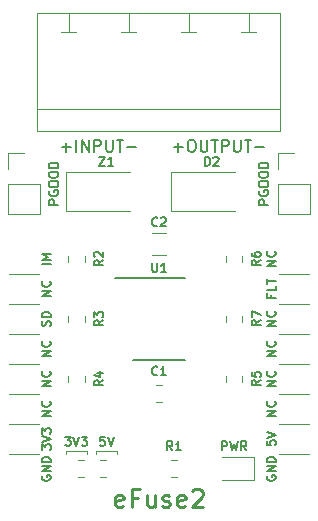
<source format=gbr>
G04 #@! TF.GenerationSoftware,KiCad,Pcbnew,(5.1.5)-3*
G04 #@! TF.CreationDate,2020-05-07T11:50:38+02:00*
G04 #@! TF.ProjectId,TPS16630_eFuse,54505331-3636-4333-905f-65467573652e,rev?*
G04 #@! TF.SameCoordinates,Original*
G04 #@! TF.FileFunction,Legend,Top*
G04 #@! TF.FilePolarity,Positive*
%FSLAX46Y46*%
G04 Gerber Fmt 4.6, Leading zero omitted, Abs format (unit mm)*
G04 Created by KiCad (PCBNEW (5.1.5)-3) date 2020-05-07 11:50:38*
%MOMM*%
%LPD*%
G04 APERTURE LIST*
%ADD10C,0.177800*%
%ADD11C,0.150000*%
%ADD12C,0.279400*%
%ADD13C,0.120000*%
G04 APERTURE END LIST*
D10*
X64746666Y-121356428D02*
X65508571Y-121356428D01*
X65127619Y-121737380D02*
X65127619Y-120975476D01*
X66175238Y-120737380D02*
X66365714Y-120737380D01*
X66460952Y-120785000D01*
X66556190Y-120880238D01*
X66603809Y-121070714D01*
X66603809Y-121404047D01*
X66556190Y-121594523D01*
X66460952Y-121689761D01*
X66365714Y-121737380D01*
X66175238Y-121737380D01*
X66080000Y-121689761D01*
X65984761Y-121594523D01*
X65937142Y-121404047D01*
X65937142Y-121070714D01*
X65984761Y-120880238D01*
X66080000Y-120785000D01*
X66175238Y-120737380D01*
X67032380Y-120737380D02*
X67032380Y-121546904D01*
X67080000Y-121642142D01*
X67127619Y-121689761D01*
X67222857Y-121737380D01*
X67413333Y-121737380D01*
X67508571Y-121689761D01*
X67556190Y-121642142D01*
X67603809Y-121546904D01*
X67603809Y-120737380D01*
X67937142Y-120737380D02*
X68508571Y-120737380D01*
X68222857Y-121737380D02*
X68222857Y-120737380D01*
X68841904Y-121737380D02*
X68841904Y-120737380D01*
X69222857Y-120737380D01*
X69318095Y-120785000D01*
X69365714Y-120832619D01*
X69413333Y-120927857D01*
X69413333Y-121070714D01*
X69365714Y-121165952D01*
X69318095Y-121213571D01*
X69222857Y-121261190D01*
X68841904Y-121261190D01*
X69841904Y-120737380D02*
X69841904Y-121546904D01*
X69889523Y-121642142D01*
X69937142Y-121689761D01*
X70032380Y-121737380D01*
X70222857Y-121737380D01*
X70318095Y-121689761D01*
X70365714Y-121642142D01*
X70413333Y-121546904D01*
X70413333Y-120737380D01*
X70746666Y-120737380D02*
X71318095Y-120737380D01*
X71032380Y-121737380D02*
X71032380Y-120737380D01*
X71651428Y-121356428D02*
X72413333Y-121356428D01*
X55253333Y-121356428D02*
X56015238Y-121356428D01*
X55634285Y-121737380D02*
X55634285Y-120975476D01*
X56491428Y-121737380D02*
X56491428Y-120737380D01*
X56967619Y-121737380D02*
X56967619Y-120737380D01*
X57539047Y-121737380D01*
X57539047Y-120737380D01*
X58015238Y-121737380D02*
X58015238Y-120737380D01*
X58396190Y-120737380D01*
X58491428Y-120785000D01*
X58539047Y-120832619D01*
X58586666Y-120927857D01*
X58586666Y-121070714D01*
X58539047Y-121165952D01*
X58491428Y-121213571D01*
X58396190Y-121261190D01*
X58015238Y-121261190D01*
X59015238Y-120737380D02*
X59015238Y-121546904D01*
X59062857Y-121642142D01*
X59110476Y-121689761D01*
X59205714Y-121737380D01*
X59396190Y-121737380D01*
X59491428Y-121689761D01*
X59539047Y-121642142D01*
X59586666Y-121546904D01*
X59586666Y-120737380D01*
X59920000Y-120737380D02*
X60491428Y-120737380D01*
X60205714Y-121737380D02*
X60205714Y-120737380D01*
X60824761Y-121356428D02*
X61586666Y-121356428D01*
D11*
X72734714Y-126219857D02*
X71972714Y-126219857D01*
X71972714Y-125929571D01*
X72009000Y-125857000D01*
X72045285Y-125820714D01*
X72117857Y-125784428D01*
X72226714Y-125784428D01*
X72299285Y-125820714D01*
X72335571Y-125857000D01*
X72371857Y-125929571D01*
X72371857Y-126219857D01*
X72009000Y-125058714D02*
X71972714Y-125131285D01*
X71972714Y-125240142D01*
X72009000Y-125349000D01*
X72081571Y-125421571D01*
X72154142Y-125457857D01*
X72299285Y-125494142D01*
X72408142Y-125494142D01*
X72553285Y-125457857D01*
X72625857Y-125421571D01*
X72698428Y-125349000D01*
X72734714Y-125240142D01*
X72734714Y-125167571D01*
X72698428Y-125058714D01*
X72662142Y-125022428D01*
X72408142Y-125022428D01*
X72408142Y-125167571D01*
X71972714Y-124550714D02*
X71972714Y-124405571D01*
X72009000Y-124333000D01*
X72081571Y-124260428D01*
X72226714Y-124224142D01*
X72480714Y-124224142D01*
X72625857Y-124260428D01*
X72698428Y-124333000D01*
X72734714Y-124405571D01*
X72734714Y-124550714D01*
X72698428Y-124623285D01*
X72625857Y-124695857D01*
X72480714Y-124732142D01*
X72226714Y-124732142D01*
X72081571Y-124695857D01*
X72009000Y-124623285D01*
X71972714Y-124550714D01*
X71972714Y-123752428D02*
X71972714Y-123607285D01*
X72009000Y-123534714D01*
X72081571Y-123462142D01*
X72226714Y-123425857D01*
X72480714Y-123425857D01*
X72625857Y-123462142D01*
X72698428Y-123534714D01*
X72734714Y-123607285D01*
X72734714Y-123752428D01*
X72698428Y-123825000D01*
X72625857Y-123897571D01*
X72480714Y-123933857D01*
X72226714Y-123933857D01*
X72081571Y-123897571D01*
X72009000Y-123825000D01*
X71972714Y-123752428D01*
X72734714Y-123099285D02*
X71972714Y-123099285D01*
X71972714Y-122917857D01*
X72009000Y-122809000D01*
X72081571Y-122736428D01*
X72154142Y-122700142D01*
X72299285Y-122663857D01*
X72408142Y-122663857D01*
X72553285Y-122700142D01*
X72625857Y-122736428D01*
X72698428Y-122809000D01*
X72734714Y-122917857D01*
X72734714Y-123099285D01*
X54954714Y-126219857D02*
X54192714Y-126219857D01*
X54192714Y-125929571D01*
X54229000Y-125857000D01*
X54265285Y-125820714D01*
X54337857Y-125784428D01*
X54446714Y-125784428D01*
X54519285Y-125820714D01*
X54555571Y-125857000D01*
X54591857Y-125929571D01*
X54591857Y-126219857D01*
X54229000Y-125058714D02*
X54192714Y-125131285D01*
X54192714Y-125240142D01*
X54229000Y-125349000D01*
X54301571Y-125421571D01*
X54374142Y-125457857D01*
X54519285Y-125494142D01*
X54628142Y-125494142D01*
X54773285Y-125457857D01*
X54845857Y-125421571D01*
X54918428Y-125349000D01*
X54954714Y-125240142D01*
X54954714Y-125167571D01*
X54918428Y-125058714D01*
X54882142Y-125022428D01*
X54628142Y-125022428D01*
X54628142Y-125167571D01*
X54192714Y-124550714D02*
X54192714Y-124405571D01*
X54229000Y-124333000D01*
X54301571Y-124260428D01*
X54446714Y-124224142D01*
X54700714Y-124224142D01*
X54845857Y-124260428D01*
X54918428Y-124333000D01*
X54954714Y-124405571D01*
X54954714Y-124550714D01*
X54918428Y-124623285D01*
X54845857Y-124695857D01*
X54700714Y-124732142D01*
X54446714Y-124732142D01*
X54301571Y-124695857D01*
X54229000Y-124623285D01*
X54192714Y-124550714D01*
X54192714Y-123752428D02*
X54192714Y-123607285D01*
X54229000Y-123534714D01*
X54301571Y-123462142D01*
X54446714Y-123425857D01*
X54700714Y-123425857D01*
X54845857Y-123462142D01*
X54918428Y-123534714D01*
X54954714Y-123607285D01*
X54954714Y-123752428D01*
X54918428Y-123825000D01*
X54845857Y-123897571D01*
X54700714Y-123933857D01*
X54446714Y-123933857D01*
X54301571Y-123897571D01*
X54229000Y-123825000D01*
X54192714Y-123752428D01*
X54954714Y-123099285D02*
X54192714Y-123099285D01*
X54192714Y-122917857D01*
X54229000Y-122809000D01*
X54301571Y-122736428D01*
X54374142Y-122700142D01*
X54519285Y-122663857D01*
X54628142Y-122663857D01*
X54773285Y-122700142D01*
X54845857Y-122736428D01*
X54918428Y-122809000D01*
X54954714Y-122917857D01*
X54954714Y-123099285D01*
D12*
X60452000Y-151746857D02*
X60306857Y-151819428D01*
X60016571Y-151819428D01*
X59871428Y-151746857D01*
X59798857Y-151601714D01*
X59798857Y-151021142D01*
X59871428Y-150876000D01*
X60016571Y-150803428D01*
X60306857Y-150803428D01*
X60452000Y-150876000D01*
X60524571Y-151021142D01*
X60524571Y-151166285D01*
X59798857Y-151311428D01*
X61685714Y-151021142D02*
X61177714Y-151021142D01*
X61177714Y-151819428D02*
X61177714Y-150295428D01*
X61903428Y-150295428D01*
X63137142Y-150803428D02*
X63137142Y-151819428D01*
X62484000Y-150803428D02*
X62484000Y-151601714D01*
X62556571Y-151746857D01*
X62701714Y-151819428D01*
X62919428Y-151819428D01*
X63064571Y-151746857D01*
X63137142Y-151674285D01*
X63790285Y-151746857D02*
X63935428Y-151819428D01*
X64225714Y-151819428D01*
X64370857Y-151746857D01*
X64443428Y-151601714D01*
X64443428Y-151529142D01*
X64370857Y-151384000D01*
X64225714Y-151311428D01*
X64008000Y-151311428D01*
X63862857Y-151238857D01*
X63790285Y-151093714D01*
X63790285Y-151021142D01*
X63862857Y-150876000D01*
X64008000Y-150803428D01*
X64225714Y-150803428D01*
X64370857Y-150876000D01*
X65677142Y-151746857D02*
X65532000Y-151819428D01*
X65241714Y-151819428D01*
X65096571Y-151746857D01*
X65024000Y-151601714D01*
X65024000Y-151021142D01*
X65096571Y-150876000D01*
X65241714Y-150803428D01*
X65532000Y-150803428D01*
X65677142Y-150876000D01*
X65749714Y-151021142D01*
X65749714Y-151166285D01*
X65024000Y-151311428D01*
X66330285Y-150440571D02*
X66402857Y-150368000D01*
X66548000Y-150295428D01*
X66910857Y-150295428D01*
X67056000Y-150368000D01*
X67128571Y-150440571D01*
X67201142Y-150585714D01*
X67201142Y-150730857D01*
X67128571Y-150948571D01*
X66257714Y-151819428D01*
X67201142Y-151819428D01*
D13*
X59944000Y-147066000D02*
X59944000Y-147320000D01*
X58166000Y-147066000D02*
X59944000Y-147066000D01*
X58166000Y-147320000D02*
X58166000Y-147066000D01*
X55626000Y-147066000D02*
X55626000Y-147320000D01*
X57404000Y-147066000D02*
X55626000Y-147066000D01*
X57404000Y-147320000D02*
X57404000Y-147066000D01*
D11*
X72644000Y-149170571D02*
X72607714Y-149243142D01*
X72607714Y-149352000D01*
X72644000Y-149460857D01*
X72716571Y-149533428D01*
X72789142Y-149569714D01*
X72934285Y-149606000D01*
X73043142Y-149606000D01*
X73188285Y-149569714D01*
X73260857Y-149533428D01*
X73333428Y-149460857D01*
X73369714Y-149352000D01*
X73369714Y-149279428D01*
X73333428Y-149170571D01*
X73297142Y-149134285D01*
X73043142Y-149134285D01*
X73043142Y-149279428D01*
X73369714Y-148807714D02*
X72607714Y-148807714D01*
X73369714Y-148372285D01*
X72607714Y-148372285D01*
X73369714Y-148009428D02*
X72607714Y-148009428D01*
X72607714Y-147828000D01*
X72644000Y-147719142D01*
X72716571Y-147646571D01*
X72789142Y-147610285D01*
X72934285Y-147574000D01*
X73043142Y-147574000D01*
X73188285Y-147610285D01*
X73260857Y-147646571D01*
X73333428Y-147719142D01*
X73369714Y-147828000D01*
X73369714Y-148009428D01*
X72607714Y-146195142D02*
X72607714Y-146558000D01*
X72970571Y-146594285D01*
X72934285Y-146558000D01*
X72898000Y-146485428D01*
X72898000Y-146304000D01*
X72934285Y-146231428D01*
X72970571Y-146195142D01*
X73043142Y-146158857D01*
X73224571Y-146158857D01*
X73297142Y-146195142D01*
X73333428Y-146231428D01*
X73369714Y-146304000D01*
X73369714Y-146485428D01*
X73333428Y-146558000D01*
X73297142Y-146594285D01*
X72607714Y-145941142D02*
X73369714Y-145687142D01*
X72607714Y-145433142D01*
X72970571Y-133839857D02*
X72970571Y-134093857D01*
X73369714Y-134093857D02*
X72607714Y-134093857D01*
X72607714Y-133731000D01*
X73369714Y-133077857D02*
X73369714Y-133440714D01*
X72607714Y-133440714D01*
X72607714Y-132932714D02*
X72607714Y-132497285D01*
X73369714Y-132715000D02*
X72607714Y-132715000D01*
X73369714Y-131408714D02*
X72607714Y-131408714D01*
X73369714Y-130973285D01*
X72607714Y-130973285D01*
X73297142Y-130175000D02*
X73333428Y-130211285D01*
X73369714Y-130320142D01*
X73369714Y-130392714D01*
X73333428Y-130501571D01*
X73260857Y-130574142D01*
X73188285Y-130610428D01*
X73043142Y-130646714D01*
X72934285Y-130646714D01*
X72789142Y-130610428D01*
X72716571Y-130574142D01*
X72644000Y-130501571D01*
X72607714Y-130392714D01*
X72607714Y-130320142D01*
X72644000Y-130211285D01*
X72680285Y-130175000D01*
X73369714Y-136488714D02*
X72607714Y-136488714D01*
X73369714Y-136053285D01*
X72607714Y-136053285D01*
X73297142Y-135255000D02*
X73333428Y-135291285D01*
X73369714Y-135400142D01*
X73369714Y-135472714D01*
X73333428Y-135581571D01*
X73260857Y-135654142D01*
X73188285Y-135690428D01*
X73043142Y-135726714D01*
X72934285Y-135726714D01*
X72789142Y-135690428D01*
X72716571Y-135654142D01*
X72644000Y-135581571D01*
X72607714Y-135472714D01*
X72607714Y-135400142D01*
X72644000Y-135291285D01*
X72680285Y-135255000D01*
X73369714Y-139028714D02*
X72607714Y-139028714D01*
X73369714Y-138593285D01*
X72607714Y-138593285D01*
X73297142Y-137795000D02*
X73333428Y-137831285D01*
X73369714Y-137940142D01*
X73369714Y-138012714D01*
X73333428Y-138121571D01*
X73260857Y-138194142D01*
X73188285Y-138230428D01*
X73043142Y-138266714D01*
X72934285Y-138266714D01*
X72789142Y-138230428D01*
X72716571Y-138194142D01*
X72644000Y-138121571D01*
X72607714Y-138012714D01*
X72607714Y-137940142D01*
X72644000Y-137831285D01*
X72680285Y-137795000D01*
X73369714Y-141568714D02*
X72607714Y-141568714D01*
X73369714Y-141133285D01*
X72607714Y-141133285D01*
X73297142Y-140335000D02*
X73333428Y-140371285D01*
X73369714Y-140480142D01*
X73369714Y-140552714D01*
X73333428Y-140661571D01*
X73260857Y-140734142D01*
X73188285Y-140770428D01*
X73043142Y-140806714D01*
X72934285Y-140806714D01*
X72789142Y-140770428D01*
X72716571Y-140734142D01*
X72644000Y-140661571D01*
X72607714Y-140552714D01*
X72607714Y-140480142D01*
X72644000Y-140371285D01*
X72680285Y-140335000D01*
X73369714Y-144108714D02*
X72607714Y-144108714D01*
X73369714Y-143673285D01*
X72607714Y-143673285D01*
X73297142Y-142875000D02*
X73333428Y-142911285D01*
X73369714Y-143020142D01*
X73369714Y-143092714D01*
X73333428Y-143201571D01*
X73260857Y-143274142D01*
X73188285Y-143310428D01*
X73043142Y-143346714D01*
X72934285Y-143346714D01*
X72789142Y-143310428D01*
X72716571Y-143274142D01*
X72644000Y-143201571D01*
X72607714Y-143092714D01*
X72607714Y-143020142D01*
X72644000Y-142911285D01*
X72680285Y-142875000D01*
X54319714Y-131245428D02*
X53557714Y-131245428D01*
X54319714Y-130882571D02*
X53557714Y-130882571D01*
X54102000Y-130628571D01*
X53557714Y-130374571D01*
X54319714Y-130374571D01*
X54283428Y-136488714D02*
X54319714Y-136379857D01*
X54319714Y-136198428D01*
X54283428Y-136125857D01*
X54247142Y-136089571D01*
X54174571Y-136053285D01*
X54102000Y-136053285D01*
X54029428Y-136089571D01*
X53993142Y-136125857D01*
X53956857Y-136198428D01*
X53920571Y-136343571D01*
X53884285Y-136416142D01*
X53848000Y-136452428D01*
X53775428Y-136488714D01*
X53702857Y-136488714D01*
X53630285Y-136452428D01*
X53594000Y-136416142D01*
X53557714Y-136343571D01*
X53557714Y-136162142D01*
X53594000Y-136053285D01*
X54319714Y-135726714D02*
X53557714Y-135726714D01*
X53557714Y-135545285D01*
X53594000Y-135436428D01*
X53666571Y-135363857D01*
X53739142Y-135327571D01*
X53884285Y-135291285D01*
X53993142Y-135291285D01*
X54138285Y-135327571D01*
X54210857Y-135363857D01*
X54283428Y-135436428D01*
X54319714Y-135545285D01*
X54319714Y-135726714D01*
X54319714Y-133948714D02*
X53557714Y-133948714D01*
X54319714Y-133513285D01*
X53557714Y-133513285D01*
X54247142Y-132715000D02*
X54283428Y-132751285D01*
X54319714Y-132860142D01*
X54319714Y-132932714D01*
X54283428Y-133041571D01*
X54210857Y-133114142D01*
X54138285Y-133150428D01*
X53993142Y-133186714D01*
X53884285Y-133186714D01*
X53739142Y-133150428D01*
X53666571Y-133114142D01*
X53594000Y-133041571D01*
X53557714Y-132932714D01*
X53557714Y-132860142D01*
X53594000Y-132751285D01*
X53630285Y-132715000D01*
X54319714Y-139028714D02*
X53557714Y-139028714D01*
X54319714Y-138593285D01*
X53557714Y-138593285D01*
X54247142Y-137795000D02*
X54283428Y-137831285D01*
X54319714Y-137940142D01*
X54319714Y-138012714D01*
X54283428Y-138121571D01*
X54210857Y-138194142D01*
X54138285Y-138230428D01*
X53993142Y-138266714D01*
X53884285Y-138266714D01*
X53739142Y-138230428D01*
X53666571Y-138194142D01*
X53594000Y-138121571D01*
X53557714Y-138012714D01*
X53557714Y-137940142D01*
X53594000Y-137831285D01*
X53630285Y-137795000D01*
X54319714Y-141568714D02*
X53557714Y-141568714D01*
X54319714Y-141133285D01*
X53557714Y-141133285D01*
X54247142Y-140335000D02*
X54283428Y-140371285D01*
X54319714Y-140480142D01*
X54319714Y-140552714D01*
X54283428Y-140661571D01*
X54210857Y-140734142D01*
X54138285Y-140770428D01*
X53993142Y-140806714D01*
X53884285Y-140806714D01*
X53739142Y-140770428D01*
X53666571Y-140734142D01*
X53594000Y-140661571D01*
X53557714Y-140552714D01*
X53557714Y-140480142D01*
X53594000Y-140371285D01*
X53630285Y-140335000D01*
X54319714Y-144108714D02*
X53557714Y-144108714D01*
X54319714Y-143673285D01*
X53557714Y-143673285D01*
X54247142Y-142875000D02*
X54283428Y-142911285D01*
X54319714Y-143020142D01*
X54319714Y-143092714D01*
X54283428Y-143201571D01*
X54210857Y-143274142D01*
X54138285Y-143310428D01*
X53993142Y-143346714D01*
X53884285Y-143346714D01*
X53739142Y-143310428D01*
X53666571Y-143274142D01*
X53594000Y-143201571D01*
X53557714Y-143092714D01*
X53557714Y-143020142D01*
X53594000Y-142911285D01*
X53630285Y-142875000D01*
X53557714Y-146993428D02*
X53557714Y-146521714D01*
X53848000Y-146775714D01*
X53848000Y-146666857D01*
X53884285Y-146594285D01*
X53920571Y-146558000D01*
X53993142Y-146521714D01*
X54174571Y-146521714D01*
X54247142Y-146558000D01*
X54283428Y-146594285D01*
X54319714Y-146666857D01*
X54319714Y-146884571D01*
X54283428Y-146957142D01*
X54247142Y-146993428D01*
X53557714Y-146304000D02*
X54319714Y-146050000D01*
X53557714Y-145796000D01*
X53557714Y-145614571D02*
X53557714Y-145142857D01*
X53848000Y-145396857D01*
X53848000Y-145288000D01*
X53884285Y-145215428D01*
X53920571Y-145179142D01*
X53993142Y-145142857D01*
X54174571Y-145142857D01*
X54247142Y-145179142D01*
X54283428Y-145215428D01*
X54319714Y-145288000D01*
X54319714Y-145505714D01*
X54283428Y-145578285D01*
X54247142Y-145614571D01*
X53594000Y-149170571D02*
X53557714Y-149243142D01*
X53557714Y-149352000D01*
X53594000Y-149460857D01*
X53666571Y-149533428D01*
X53739142Y-149569714D01*
X53884285Y-149606000D01*
X53993142Y-149606000D01*
X54138285Y-149569714D01*
X54210857Y-149533428D01*
X54283428Y-149460857D01*
X54319714Y-149352000D01*
X54319714Y-149279428D01*
X54283428Y-149170571D01*
X54247142Y-149134285D01*
X53993142Y-149134285D01*
X53993142Y-149279428D01*
X54319714Y-148807714D02*
X53557714Y-148807714D01*
X54319714Y-148372285D01*
X53557714Y-148372285D01*
X54319714Y-148009428D02*
X53557714Y-148009428D01*
X53557714Y-147828000D01*
X53594000Y-147719142D01*
X53666571Y-147646571D01*
X53739142Y-147610285D01*
X53884285Y-147574000D01*
X53993142Y-147574000D01*
X54138285Y-147610285D01*
X54210857Y-147646571D01*
X54283428Y-147719142D01*
X54319714Y-147828000D01*
X54319714Y-148009428D01*
X58909857Y-145886714D02*
X58547000Y-145886714D01*
X58510714Y-146249571D01*
X58547000Y-146213285D01*
X58619571Y-146177000D01*
X58801000Y-146177000D01*
X58873571Y-146213285D01*
X58909857Y-146249571D01*
X58946142Y-146322142D01*
X58946142Y-146503571D01*
X58909857Y-146576142D01*
X58873571Y-146612428D01*
X58801000Y-146648714D01*
X58619571Y-146648714D01*
X58547000Y-146612428D01*
X58510714Y-146576142D01*
X59163857Y-145886714D02*
X59417857Y-146648714D01*
X59671857Y-145886714D01*
X55571571Y-145886714D02*
X56043285Y-145886714D01*
X55789285Y-146177000D01*
X55898142Y-146177000D01*
X55970714Y-146213285D01*
X56007000Y-146249571D01*
X56043285Y-146322142D01*
X56043285Y-146503571D01*
X56007000Y-146576142D01*
X55970714Y-146612428D01*
X55898142Y-146648714D01*
X55680428Y-146648714D01*
X55607857Y-146612428D01*
X55571571Y-146576142D01*
X56261000Y-145886714D02*
X56515000Y-146648714D01*
X56769000Y-145886714D01*
X56950428Y-145886714D02*
X57422142Y-145886714D01*
X57168142Y-146177000D01*
X57277000Y-146177000D01*
X57349571Y-146213285D01*
X57385857Y-146249571D01*
X57422142Y-146322142D01*
X57422142Y-146503571D01*
X57385857Y-146576142D01*
X57349571Y-146612428D01*
X57277000Y-146648714D01*
X57059285Y-146648714D01*
X56986714Y-146612428D01*
X56950428Y-146576142D01*
X68834000Y-147029714D02*
X68834000Y-146267714D01*
X69124285Y-146267714D01*
X69196857Y-146304000D01*
X69233142Y-146340285D01*
X69269428Y-146412857D01*
X69269428Y-146521714D01*
X69233142Y-146594285D01*
X69196857Y-146630571D01*
X69124285Y-146666857D01*
X68834000Y-146666857D01*
X69523428Y-146267714D02*
X69704857Y-147029714D01*
X69850000Y-146485428D01*
X69995142Y-147029714D01*
X70176571Y-146267714D01*
X70902285Y-147029714D02*
X70648285Y-146666857D01*
X70466857Y-147029714D02*
X70466857Y-146267714D01*
X70757142Y-146267714D01*
X70829714Y-146304000D01*
X70866000Y-146340285D01*
X70902285Y-146412857D01*
X70902285Y-146521714D01*
X70866000Y-146594285D01*
X70829714Y-146630571D01*
X70757142Y-146666857D01*
X70466857Y-146666857D01*
D13*
X76200000Y-132080000D02*
X73660000Y-132080000D01*
X76200000Y-134620000D02*
X73660000Y-134620000D01*
X76200000Y-137160000D02*
X73660000Y-137160000D01*
X76200000Y-139700000D02*
X73660000Y-139700000D01*
X73660000Y-142240000D02*
X76200000Y-142240000D01*
X76200000Y-144780000D02*
X73660000Y-144780000D01*
X76200000Y-147320000D02*
X73660000Y-147320000D01*
X50800000Y-132080000D02*
X53340000Y-132080000D01*
X50800000Y-134620000D02*
X53340000Y-134620000D01*
X50800000Y-137160000D02*
X53340000Y-137160000D01*
X50800000Y-139700000D02*
X53340000Y-139700000D01*
X50800000Y-142240000D02*
X53340000Y-142240000D01*
X50800000Y-144780000D02*
X53340000Y-144780000D01*
X50800000Y-147320000D02*
X53340000Y-147320000D01*
X63241422Y-141530000D02*
X63758578Y-141530000D01*
X63241422Y-142950000D02*
X63758578Y-142950000D01*
X65405000Y-111633000D02*
X66675000Y-111633000D01*
X53213000Y-118110000D02*
X73787000Y-118110000D01*
X73787000Y-109982000D02*
X73787000Y-120015000D01*
X53213000Y-109982000D02*
X73787000Y-109982000D01*
X60960000Y-109982000D02*
X60960000Y-111633000D01*
X71755000Y-111633000D02*
X70485000Y-111633000D01*
X71120000Y-111633000D02*
X71120000Y-109982000D01*
X73787000Y-120015000D02*
X53213000Y-120015000D01*
X66040000Y-109982000D02*
X66040000Y-111633000D01*
X60325000Y-111633000D02*
X61595000Y-111633000D01*
X53213000Y-120015000D02*
X53213000Y-109982000D01*
X55880000Y-109982000D02*
X55880000Y-111633000D01*
X55245000Y-111633000D02*
X56515000Y-111633000D01*
X50740000Y-127060000D02*
X53400000Y-127060000D01*
X50740000Y-124460000D02*
X50740000Y-127060000D01*
X53400000Y-124460000D02*
X53400000Y-127060000D01*
X50740000Y-124460000D02*
X53400000Y-124460000D01*
X50740000Y-123190000D02*
X50740000Y-121860000D01*
X50740000Y-121860000D02*
X52070000Y-121860000D01*
X73600000Y-121860000D02*
X74930000Y-121860000D01*
X73600000Y-123190000D02*
X73600000Y-121860000D01*
X73600000Y-124460000D02*
X76260000Y-124460000D01*
X76260000Y-124460000D02*
X76260000Y-127060000D01*
X73600000Y-124460000D02*
X73600000Y-127060000D01*
X73600000Y-127060000D02*
X76260000Y-127060000D01*
X57144178Y-149300000D02*
X56627022Y-149300000D01*
X57144178Y-147880000D02*
X56627022Y-147880000D01*
X59011078Y-149300000D02*
X58493922Y-149300000D01*
X59011078Y-147880000D02*
X58493922Y-147880000D01*
X64511422Y-147880000D02*
X65028578Y-147880000D01*
X64511422Y-149300000D02*
X65028578Y-149300000D01*
X55805000Y-130551422D02*
X55805000Y-131068578D01*
X57225000Y-130551422D02*
X57225000Y-131068578D01*
X55805000Y-135631422D02*
X55805000Y-136148578D01*
X57225000Y-135631422D02*
X57225000Y-136148578D01*
X57225000Y-140711422D02*
X57225000Y-141228578D01*
X55805000Y-140711422D02*
X55805000Y-141228578D01*
X69140000Y-141228578D02*
X69140000Y-140711422D01*
X70560000Y-141228578D02*
X70560000Y-140711422D01*
X70560000Y-130551422D02*
X70560000Y-131068578D01*
X69140000Y-130551422D02*
X69140000Y-131068578D01*
X69140000Y-135631422D02*
X69140000Y-136148578D01*
X70560000Y-135631422D02*
X70560000Y-136148578D01*
D11*
X61275000Y-139340000D02*
X65725000Y-139340000D01*
X59750000Y-132440000D02*
X65725000Y-132440000D01*
D13*
X68850000Y-149550000D02*
X71535000Y-149550000D01*
X71535000Y-149550000D02*
X71535000Y-147630000D01*
X71535000Y-147630000D02*
X68850000Y-147630000D01*
X62897936Y-128630000D02*
X64102064Y-128630000D01*
X62897936Y-130450000D02*
X64102064Y-130450000D01*
X64545000Y-123445000D02*
X69945000Y-123445000D01*
X64545000Y-126745000D02*
X69945000Y-126745000D01*
X64545000Y-123445000D02*
X64545000Y-126745000D01*
X55655000Y-123445000D02*
X55655000Y-126745000D01*
X55655000Y-126745000D02*
X61055000Y-126745000D01*
X55655000Y-123445000D02*
X61055000Y-123445000D01*
D11*
X63373000Y-140607142D02*
X63336714Y-140643428D01*
X63227857Y-140679714D01*
X63155285Y-140679714D01*
X63046428Y-140643428D01*
X62973857Y-140570857D01*
X62937571Y-140498285D01*
X62901285Y-140353142D01*
X62901285Y-140244285D01*
X62937571Y-140099142D01*
X62973857Y-140026571D01*
X63046428Y-139954000D01*
X63155285Y-139917714D01*
X63227857Y-139917714D01*
X63336714Y-139954000D01*
X63373000Y-139990285D01*
X64098714Y-140679714D02*
X63663285Y-140679714D01*
X63881000Y-140679714D02*
X63881000Y-139917714D01*
X63808428Y-140026571D01*
X63735857Y-140099142D01*
X63663285Y-140135428D01*
X64643000Y-147029714D02*
X64389000Y-146666857D01*
X64207571Y-147029714D02*
X64207571Y-146267714D01*
X64497857Y-146267714D01*
X64570428Y-146304000D01*
X64606714Y-146340285D01*
X64643000Y-146412857D01*
X64643000Y-146521714D01*
X64606714Y-146594285D01*
X64570428Y-146630571D01*
X64497857Y-146666857D01*
X64207571Y-146666857D01*
X65368714Y-147029714D02*
X64933285Y-147029714D01*
X65151000Y-147029714D02*
X65151000Y-146267714D01*
X65078428Y-146376571D01*
X65005857Y-146449142D01*
X64933285Y-146485428D01*
X58764714Y-130937000D02*
X58401857Y-131191000D01*
X58764714Y-131372428D02*
X58002714Y-131372428D01*
X58002714Y-131082142D01*
X58039000Y-131009571D01*
X58075285Y-130973285D01*
X58147857Y-130937000D01*
X58256714Y-130937000D01*
X58329285Y-130973285D01*
X58365571Y-131009571D01*
X58401857Y-131082142D01*
X58401857Y-131372428D01*
X58075285Y-130646714D02*
X58039000Y-130610428D01*
X58002714Y-130537857D01*
X58002714Y-130356428D01*
X58039000Y-130283857D01*
X58075285Y-130247571D01*
X58147857Y-130211285D01*
X58220428Y-130211285D01*
X58329285Y-130247571D01*
X58764714Y-130683000D01*
X58764714Y-130211285D01*
X58764714Y-136017000D02*
X58401857Y-136271000D01*
X58764714Y-136452428D02*
X58002714Y-136452428D01*
X58002714Y-136162142D01*
X58039000Y-136089571D01*
X58075285Y-136053285D01*
X58147857Y-136017000D01*
X58256714Y-136017000D01*
X58329285Y-136053285D01*
X58365571Y-136089571D01*
X58401857Y-136162142D01*
X58401857Y-136452428D01*
X58002714Y-135763000D02*
X58002714Y-135291285D01*
X58293000Y-135545285D01*
X58293000Y-135436428D01*
X58329285Y-135363857D01*
X58365571Y-135327571D01*
X58438142Y-135291285D01*
X58619571Y-135291285D01*
X58692142Y-135327571D01*
X58728428Y-135363857D01*
X58764714Y-135436428D01*
X58764714Y-135654142D01*
X58728428Y-135726714D01*
X58692142Y-135763000D01*
X58764714Y-141097000D02*
X58401857Y-141351000D01*
X58764714Y-141532428D02*
X58002714Y-141532428D01*
X58002714Y-141242142D01*
X58039000Y-141169571D01*
X58075285Y-141133285D01*
X58147857Y-141097000D01*
X58256714Y-141097000D01*
X58329285Y-141133285D01*
X58365571Y-141169571D01*
X58401857Y-141242142D01*
X58401857Y-141532428D01*
X58256714Y-140443857D02*
X58764714Y-140443857D01*
X57966428Y-140625285D02*
X58510714Y-140806714D01*
X58510714Y-140335000D01*
X72099714Y-141097000D02*
X71736857Y-141351000D01*
X72099714Y-141532428D02*
X71337714Y-141532428D01*
X71337714Y-141242142D01*
X71374000Y-141169571D01*
X71410285Y-141133285D01*
X71482857Y-141097000D01*
X71591714Y-141097000D01*
X71664285Y-141133285D01*
X71700571Y-141169571D01*
X71736857Y-141242142D01*
X71736857Y-141532428D01*
X71337714Y-140407571D02*
X71337714Y-140770428D01*
X71700571Y-140806714D01*
X71664285Y-140770428D01*
X71628000Y-140697857D01*
X71628000Y-140516428D01*
X71664285Y-140443857D01*
X71700571Y-140407571D01*
X71773142Y-140371285D01*
X71954571Y-140371285D01*
X72027142Y-140407571D01*
X72063428Y-140443857D01*
X72099714Y-140516428D01*
X72099714Y-140697857D01*
X72063428Y-140770428D01*
X72027142Y-140806714D01*
X72099714Y-130937000D02*
X71736857Y-131191000D01*
X72099714Y-131372428D02*
X71337714Y-131372428D01*
X71337714Y-131082142D01*
X71374000Y-131009571D01*
X71410285Y-130973285D01*
X71482857Y-130937000D01*
X71591714Y-130937000D01*
X71664285Y-130973285D01*
X71700571Y-131009571D01*
X71736857Y-131082142D01*
X71736857Y-131372428D01*
X71337714Y-130283857D02*
X71337714Y-130429000D01*
X71374000Y-130501571D01*
X71410285Y-130537857D01*
X71519142Y-130610428D01*
X71664285Y-130646714D01*
X71954571Y-130646714D01*
X72027142Y-130610428D01*
X72063428Y-130574142D01*
X72099714Y-130501571D01*
X72099714Y-130356428D01*
X72063428Y-130283857D01*
X72027142Y-130247571D01*
X71954571Y-130211285D01*
X71773142Y-130211285D01*
X71700571Y-130247571D01*
X71664285Y-130283857D01*
X71628000Y-130356428D01*
X71628000Y-130501571D01*
X71664285Y-130574142D01*
X71700571Y-130610428D01*
X71773142Y-130646714D01*
X72099714Y-136017000D02*
X71736857Y-136271000D01*
X72099714Y-136452428D02*
X71337714Y-136452428D01*
X71337714Y-136162142D01*
X71374000Y-136089571D01*
X71410285Y-136053285D01*
X71482857Y-136017000D01*
X71591714Y-136017000D01*
X71664285Y-136053285D01*
X71700571Y-136089571D01*
X71736857Y-136162142D01*
X71736857Y-136452428D01*
X71337714Y-135763000D02*
X71337714Y-135255000D01*
X72099714Y-135581571D01*
X62919428Y-131172714D02*
X62919428Y-131789571D01*
X62955714Y-131862142D01*
X62992000Y-131898428D01*
X63064571Y-131934714D01*
X63209714Y-131934714D01*
X63282285Y-131898428D01*
X63318571Y-131862142D01*
X63354857Y-131789571D01*
X63354857Y-131172714D01*
X64116857Y-131934714D02*
X63681428Y-131934714D01*
X63899142Y-131934714D02*
X63899142Y-131172714D01*
X63826571Y-131281571D01*
X63754000Y-131354142D01*
X63681428Y-131390428D01*
X63373000Y-127992142D02*
X63336714Y-128028428D01*
X63227857Y-128064714D01*
X63155285Y-128064714D01*
X63046428Y-128028428D01*
X62973857Y-127955857D01*
X62937571Y-127883285D01*
X62901285Y-127738142D01*
X62901285Y-127629285D01*
X62937571Y-127484142D01*
X62973857Y-127411571D01*
X63046428Y-127339000D01*
X63155285Y-127302714D01*
X63227857Y-127302714D01*
X63336714Y-127339000D01*
X63373000Y-127375285D01*
X63663285Y-127375285D02*
X63699571Y-127339000D01*
X63772142Y-127302714D01*
X63953571Y-127302714D01*
X64026142Y-127339000D01*
X64062428Y-127375285D01*
X64098714Y-127447857D01*
X64098714Y-127520428D01*
X64062428Y-127629285D01*
X63627000Y-128064714D01*
X64098714Y-128064714D01*
X67382571Y-122939714D02*
X67382571Y-122177714D01*
X67564000Y-122177714D01*
X67672857Y-122214000D01*
X67745428Y-122286571D01*
X67781714Y-122359142D01*
X67818000Y-122504285D01*
X67818000Y-122613142D01*
X67781714Y-122758285D01*
X67745428Y-122830857D01*
X67672857Y-122903428D01*
X67564000Y-122939714D01*
X67382571Y-122939714D01*
X68108285Y-122250285D02*
X68144571Y-122214000D01*
X68217142Y-122177714D01*
X68398571Y-122177714D01*
X68471142Y-122214000D01*
X68507428Y-122250285D01*
X68543714Y-122322857D01*
X68543714Y-122395428D01*
X68507428Y-122504285D01*
X68072000Y-122939714D01*
X68543714Y-122939714D01*
X58438142Y-122177714D02*
X58946142Y-122177714D01*
X58438142Y-122939714D01*
X58946142Y-122939714D01*
X59635571Y-122939714D02*
X59200142Y-122939714D01*
X59417857Y-122939714D02*
X59417857Y-122177714D01*
X59345285Y-122286571D01*
X59272714Y-122359142D01*
X59200142Y-122395428D01*
M02*

</source>
